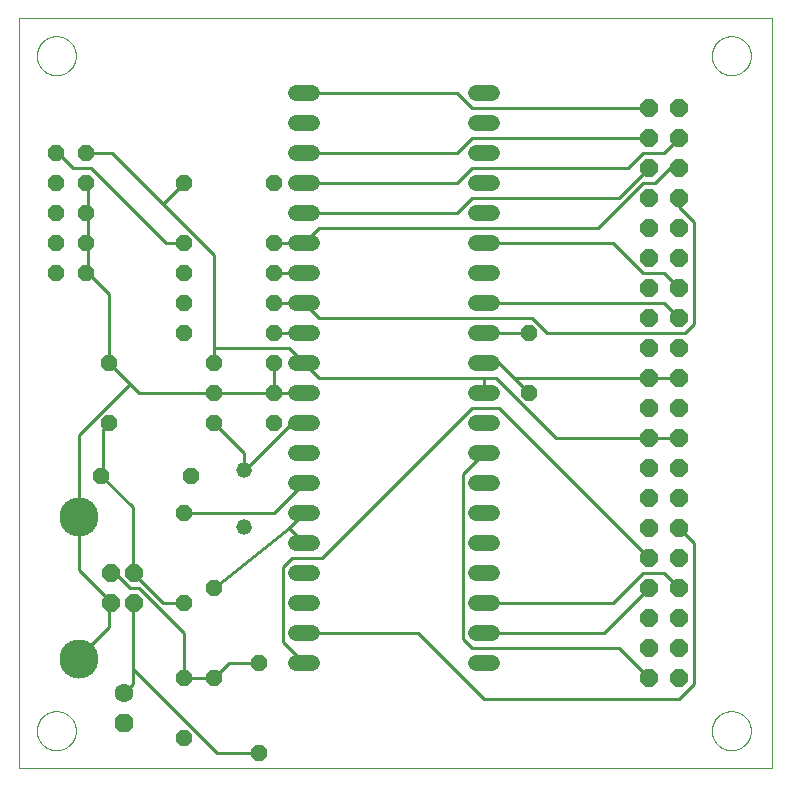
<source format=gtl>
G75*
%MOIN*%
%OFA0B0*%
%FSLAX25Y25*%
%IPPOS*%
%LPD*%
%AMOC8*
5,1,8,0,0,1.08239X$1,22.5*
%
%ADD10C,0.00000*%
%ADD11C,0.05200*%
%ADD12OC8,0.05600*%
%ADD13OC8,0.05740*%
%ADD14C,0.13055*%
%ADD15OC8,0.06000*%
%ADD16OC8,0.05200*%
%ADD17OC8,0.06300*%
%ADD18C,0.06300*%
%ADD19C,0.05200*%
%ADD20C,0.01000*%
D10*
X0021461Y0001000D02*
X0021461Y0250961D01*
X0272661Y0250961D01*
X0272661Y0001000D01*
X0021461Y0001000D01*
X0027461Y0013500D02*
X0027463Y0013661D01*
X0027469Y0013821D01*
X0027479Y0013982D01*
X0027493Y0014142D01*
X0027511Y0014302D01*
X0027532Y0014461D01*
X0027558Y0014620D01*
X0027588Y0014778D01*
X0027621Y0014935D01*
X0027659Y0015092D01*
X0027700Y0015247D01*
X0027745Y0015401D01*
X0027794Y0015554D01*
X0027847Y0015706D01*
X0027903Y0015857D01*
X0027964Y0016006D01*
X0028027Y0016154D01*
X0028095Y0016300D01*
X0028166Y0016444D01*
X0028240Y0016586D01*
X0028318Y0016727D01*
X0028400Y0016865D01*
X0028485Y0017002D01*
X0028573Y0017136D01*
X0028665Y0017268D01*
X0028760Y0017398D01*
X0028858Y0017526D01*
X0028959Y0017651D01*
X0029063Y0017773D01*
X0029170Y0017893D01*
X0029280Y0018010D01*
X0029393Y0018125D01*
X0029509Y0018236D01*
X0029628Y0018345D01*
X0029749Y0018450D01*
X0029873Y0018553D01*
X0029999Y0018653D01*
X0030127Y0018749D01*
X0030258Y0018842D01*
X0030392Y0018932D01*
X0030527Y0019019D01*
X0030665Y0019102D01*
X0030804Y0019182D01*
X0030946Y0019258D01*
X0031089Y0019331D01*
X0031234Y0019400D01*
X0031381Y0019466D01*
X0031529Y0019528D01*
X0031679Y0019586D01*
X0031830Y0019641D01*
X0031983Y0019692D01*
X0032137Y0019739D01*
X0032292Y0019782D01*
X0032448Y0019821D01*
X0032604Y0019857D01*
X0032762Y0019888D01*
X0032920Y0019916D01*
X0033079Y0019940D01*
X0033239Y0019960D01*
X0033399Y0019976D01*
X0033559Y0019988D01*
X0033720Y0019996D01*
X0033881Y0020000D01*
X0034041Y0020000D01*
X0034202Y0019996D01*
X0034363Y0019988D01*
X0034523Y0019976D01*
X0034683Y0019960D01*
X0034843Y0019940D01*
X0035002Y0019916D01*
X0035160Y0019888D01*
X0035318Y0019857D01*
X0035474Y0019821D01*
X0035630Y0019782D01*
X0035785Y0019739D01*
X0035939Y0019692D01*
X0036092Y0019641D01*
X0036243Y0019586D01*
X0036393Y0019528D01*
X0036541Y0019466D01*
X0036688Y0019400D01*
X0036833Y0019331D01*
X0036976Y0019258D01*
X0037118Y0019182D01*
X0037257Y0019102D01*
X0037395Y0019019D01*
X0037530Y0018932D01*
X0037664Y0018842D01*
X0037795Y0018749D01*
X0037923Y0018653D01*
X0038049Y0018553D01*
X0038173Y0018450D01*
X0038294Y0018345D01*
X0038413Y0018236D01*
X0038529Y0018125D01*
X0038642Y0018010D01*
X0038752Y0017893D01*
X0038859Y0017773D01*
X0038963Y0017651D01*
X0039064Y0017526D01*
X0039162Y0017398D01*
X0039257Y0017268D01*
X0039349Y0017136D01*
X0039437Y0017002D01*
X0039522Y0016865D01*
X0039604Y0016727D01*
X0039682Y0016586D01*
X0039756Y0016444D01*
X0039827Y0016300D01*
X0039895Y0016154D01*
X0039958Y0016006D01*
X0040019Y0015857D01*
X0040075Y0015706D01*
X0040128Y0015554D01*
X0040177Y0015401D01*
X0040222Y0015247D01*
X0040263Y0015092D01*
X0040301Y0014935D01*
X0040334Y0014778D01*
X0040364Y0014620D01*
X0040390Y0014461D01*
X0040411Y0014302D01*
X0040429Y0014142D01*
X0040443Y0013982D01*
X0040453Y0013821D01*
X0040459Y0013661D01*
X0040461Y0013500D01*
X0040459Y0013339D01*
X0040453Y0013179D01*
X0040443Y0013018D01*
X0040429Y0012858D01*
X0040411Y0012698D01*
X0040390Y0012539D01*
X0040364Y0012380D01*
X0040334Y0012222D01*
X0040301Y0012065D01*
X0040263Y0011908D01*
X0040222Y0011753D01*
X0040177Y0011599D01*
X0040128Y0011446D01*
X0040075Y0011294D01*
X0040019Y0011143D01*
X0039958Y0010994D01*
X0039895Y0010846D01*
X0039827Y0010700D01*
X0039756Y0010556D01*
X0039682Y0010414D01*
X0039604Y0010273D01*
X0039522Y0010135D01*
X0039437Y0009998D01*
X0039349Y0009864D01*
X0039257Y0009732D01*
X0039162Y0009602D01*
X0039064Y0009474D01*
X0038963Y0009349D01*
X0038859Y0009227D01*
X0038752Y0009107D01*
X0038642Y0008990D01*
X0038529Y0008875D01*
X0038413Y0008764D01*
X0038294Y0008655D01*
X0038173Y0008550D01*
X0038049Y0008447D01*
X0037923Y0008347D01*
X0037795Y0008251D01*
X0037664Y0008158D01*
X0037530Y0008068D01*
X0037395Y0007981D01*
X0037257Y0007898D01*
X0037118Y0007818D01*
X0036976Y0007742D01*
X0036833Y0007669D01*
X0036688Y0007600D01*
X0036541Y0007534D01*
X0036393Y0007472D01*
X0036243Y0007414D01*
X0036092Y0007359D01*
X0035939Y0007308D01*
X0035785Y0007261D01*
X0035630Y0007218D01*
X0035474Y0007179D01*
X0035318Y0007143D01*
X0035160Y0007112D01*
X0035002Y0007084D01*
X0034843Y0007060D01*
X0034683Y0007040D01*
X0034523Y0007024D01*
X0034363Y0007012D01*
X0034202Y0007004D01*
X0034041Y0007000D01*
X0033881Y0007000D01*
X0033720Y0007004D01*
X0033559Y0007012D01*
X0033399Y0007024D01*
X0033239Y0007040D01*
X0033079Y0007060D01*
X0032920Y0007084D01*
X0032762Y0007112D01*
X0032604Y0007143D01*
X0032448Y0007179D01*
X0032292Y0007218D01*
X0032137Y0007261D01*
X0031983Y0007308D01*
X0031830Y0007359D01*
X0031679Y0007414D01*
X0031529Y0007472D01*
X0031381Y0007534D01*
X0031234Y0007600D01*
X0031089Y0007669D01*
X0030946Y0007742D01*
X0030804Y0007818D01*
X0030665Y0007898D01*
X0030527Y0007981D01*
X0030392Y0008068D01*
X0030258Y0008158D01*
X0030127Y0008251D01*
X0029999Y0008347D01*
X0029873Y0008447D01*
X0029749Y0008550D01*
X0029628Y0008655D01*
X0029509Y0008764D01*
X0029393Y0008875D01*
X0029280Y0008990D01*
X0029170Y0009107D01*
X0029063Y0009227D01*
X0028959Y0009349D01*
X0028858Y0009474D01*
X0028760Y0009602D01*
X0028665Y0009732D01*
X0028573Y0009864D01*
X0028485Y0009998D01*
X0028400Y0010135D01*
X0028318Y0010273D01*
X0028240Y0010414D01*
X0028166Y0010556D01*
X0028095Y0010700D01*
X0028027Y0010846D01*
X0027964Y0010994D01*
X0027903Y0011143D01*
X0027847Y0011294D01*
X0027794Y0011446D01*
X0027745Y0011599D01*
X0027700Y0011753D01*
X0027659Y0011908D01*
X0027621Y0012065D01*
X0027588Y0012222D01*
X0027558Y0012380D01*
X0027532Y0012539D01*
X0027511Y0012698D01*
X0027493Y0012858D01*
X0027479Y0013018D01*
X0027469Y0013179D01*
X0027463Y0013339D01*
X0027461Y0013500D01*
X0252461Y0013500D02*
X0252463Y0013661D01*
X0252469Y0013821D01*
X0252479Y0013982D01*
X0252493Y0014142D01*
X0252511Y0014302D01*
X0252532Y0014461D01*
X0252558Y0014620D01*
X0252588Y0014778D01*
X0252621Y0014935D01*
X0252659Y0015092D01*
X0252700Y0015247D01*
X0252745Y0015401D01*
X0252794Y0015554D01*
X0252847Y0015706D01*
X0252903Y0015857D01*
X0252964Y0016006D01*
X0253027Y0016154D01*
X0253095Y0016300D01*
X0253166Y0016444D01*
X0253240Y0016586D01*
X0253318Y0016727D01*
X0253400Y0016865D01*
X0253485Y0017002D01*
X0253573Y0017136D01*
X0253665Y0017268D01*
X0253760Y0017398D01*
X0253858Y0017526D01*
X0253959Y0017651D01*
X0254063Y0017773D01*
X0254170Y0017893D01*
X0254280Y0018010D01*
X0254393Y0018125D01*
X0254509Y0018236D01*
X0254628Y0018345D01*
X0254749Y0018450D01*
X0254873Y0018553D01*
X0254999Y0018653D01*
X0255127Y0018749D01*
X0255258Y0018842D01*
X0255392Y0018932D01*
X0255527Y0019019D01*
X0255665Y0019102D01*
X0255804Y0019182D01*
X0255946Y0019258D01*
X0256089Y0019331D01*
X0256234Y0019400D01*
X0256381Y0019466D01*
X0256529Y0019528D01*
X0256679Y0019586D01*
X0256830Y0019641D01*
X0256983Y0019692D01*
X0257137Y0019739D01*
X0257292Y0019782D01*
X0257448Y0019821D01*
X0257604Y0019857D01*
X0257762Y0019888D01*
X0257920Y0019916D01*
X0258079Y0019940D01*
X0258239Y0019960D01*
X0258399Y0019976D01*
X0258559Y0019988D01*
X0258720Y0019996D01*
X0258881Y0020000D01*
X0259041Y0020000D01*
X0259202Y0019996D01*
X0259363Y0019988D01*
X0259523Y0019976D01*
X0259683Y0019960D01*
X0259843Y0019940D01*
X0260002Y0019916D01*
X0260160Y0019888D01*
X0260318Y0019857D01*
X0260474Y0019821D01*
X0260630Y0019782D01*
X0260785Y0019739D01*
X0260939Y0019692D01*
X0261092Y0019641D01*
X0261243Y0019586D01*
X0261393Y0019528D01*
X0261541Y0019466D01*
X0261688Y0019400D01*
X0261833Y0019331D01*
X0261976Y0019258D01*
X0262118Y0019182D01*
X0262257Y0019102D01*
X0262395Y0019019D01*
X0262530Y0018932D01*
X0262664Y0018842D01*
X0262795Y0018749D01*
X0262923Y0018653D01*
X0263049Y0018553D01*
X0263173Y0018450D01*
X0263294Y0018345D01*
X0263413Y0018236D01*
X0263529Y0018125D01*
X0263642Y0018010D01*
X0263752Y0017893D01*
X0263859Y0017773D01*
X0263963Y0017651D01*
X0264064Y0017526D01*
X0264162Y0017398D01*
X0264257Y0017268D01*
X0264349Y0017136D01*
X0264437Y0017002D01*
X0264522Y0016865D01*
X0264604Y0016727D01*
X0264682Y0016586D01*
X0264756Y0016444D01*
X0264827Y0016300D01*
X0264895Y0016154D01*
X0264958Y0016006D01*
X0265019Y0015857D01*
X0265075Y0015706D01*
X0265128Y0015554D01*
X0265177Y0015401D01*
X0265222Y0015247D01*
X0265263Y0015092D01*
X0265301Y0014935D01*
X0265334Y0014778D01*
X0265364Y0014620D01*
X0265390Y0014461D01*
X0265411Y0014302D01*
X0265429Y0014142D01*
X0265443Y0013982D01*
X0265453Y0013821D01*
X0265459Y0013661D01*
X0265461Y0013500D01*
X0265459Y0013339D01*
X0265453Y0013179D01*
X0265443Y0013018D01*
X0265429Y0012858D01*
X0265411Y0012698D01*
X0265390Y0012539D01*
X0265364Y0012380D01*
X0265334Y0012222D01*
X0265301Y0012065D01*
X0265263Y0011908D01*
X0265222Y0011753D01*
X0265177Y0011599D01*
X0265128Y0011446D01*
X0265075Y0011294D01*
X0265019Y0011143D01*
X0264958Y0010994D01*
X0264895Y0010846D01*
X0264827Y0010700D01*
X0264756Y0010556D01*
X0264682Y0010414D01*
X0264604Y0010273D01*
X0264522Y0010135D01*
X0264437Y0009998D01*
X0264349Y0009864D01*
X0264257Y0009732D01*
X0264162Y0009602D01*
X0264064Y0009474D01*
X0263963Y0009349D01*
X0263859Y0009227D01*
X0263752Y0009107D01*
X0263642Y0008990D01*
X0263529Y0008875D01*
X0263413Y0008764D01*
X0263294Y0008655D01*
X0263173Y0008550D01*
X0263049Y0008447D01*
X0262923Y0008347D01*
X0262795Y0008251D01*
X0262664Y0008158D01*
X0262530Y0008068D01*
X0262395Y0007981D01*
X0262257Y0007898D01*
X0262118Y0007818D01*
X0261976Y0007742D01*
X0261833Y0007669D01*
X0261688Y0007600D01*
X0261541Y0007534D01*
X0261393Y0007472D01*
X0261243Y0007414D01*
X0261092Y0007359D01*
X0260939Y0007308D01*
X0260785Y0007261D01*
X0260630Y0007218D01*
X0260474Y0007179D01*
X0260318Y0007143D01*
X0260160Y0007112D01*
X0260002Y0007084D01*
X0259843Y0007060D01*
X0259683Y0007040D01*
X0259523Y0007024D01*
X0259363Y0007012D01*
X0259202Y0007004D01*
X0259041Y0007000D01*
X0258881Y0007000D01*
X0258720Y0007004D01*
X0258559Y0007012D01*
X0258399Y0007024D01*
X0258239Y0007040D01*
X0258079Y0007060D01*
X0257920Y0007084D01*
X0257762Y0007112D01*
X0257604Y0007143D01*
X0257448Y0007179D01*
X0257292Y0007218D01*
X0257137Y0007261D01*
X0256983Y0007308D01*
X0256830Y0007359D01*
X0256679Y0007414D01*
X0256529Y0007472D01*
X0256381Y0007534D01*
X0256234Y0007600D01*
X0256089Y0007669D01*
X0255946Y0007742D01*
X0255804Y0007818D01*
X0255665Y0007898D01*
X0255527Y0007981D01*
X0255392Y0008068D01*
X0255258Y0008158D01*
X0255127Y0008251D01*
X0254999Y0008347D01*
X0254873Y0008447D01*
X0254749Y0008550D01*
X0254628Y0008655D01*
X0254509Y0008764D01*
X0254393Y0008875D01*
X0254280Y0008990D01*
X0254170Y0009107D01*
X0254063Y0009227D01*
X0253959Y0009349D01*
X0253858Y0009474D01*
X0253760Y0009602D01*
X0253665Y0009732D01*
X0253573Y0009864D01*
X0253485Y0009998D01*
X0253400Y0010135D01*
X0253318Y0010273D01*
X0253240Y0010414D01*
X0253166Y0010556D01*
X0253095Y0010700D01*
X0253027Y0010846D01*
X0252964Y0010994D01*
X0252903Y0011143D01*
X0252847Y0011294D01*
X0252794Y0011446D01*
X0252745Y0011599D01*
X0252700Y0011753D01*
X0252659Y0011908D01*
X0252621Y0012065D01*
X0252588Y0012222D01*
X0252558Y0012380D01*
X0252532Y0012539D01*
X0252511Y0012698D01*
X0252493Y0012858D01*
X0252479Y0013018D01*
X0252469Y0013179D01*
X0252463Y0013339D01*
X0252461Y0013500D01*
X0252461Y0238500D02*
X0252463Y0238661D01*
X0252469Y0238821D01*
X0252479Y0238982D01*
X0252493Y0239142D01*
X0252511Y0239302D01*
X0252532Y0239461D01*
X0252558Y0239620D01*
X0252588Y0239778D01*
X0252621Y0239935D01*
X0252659Y0240092D01*
X0252700Y0240247D01*
X0252745Y0240401D01*
X0252794Y0240554D01*
X0252847Y0240706D01*
X0252903Y0240857D01*
X0252964Y0241006D01*
X0253027Y0241154D01*
X0253095Y0241300D01*
X0253166Y0241444D01*
X0253240Y0241586D01*
X0253318Y0241727D01*
X0253400Y0241865D01*
X0253485Y0242002D01*
X0253573Y0242136D01*
X0253665Y0242268D01*
X0253760Y0242398D01*
X0253858Y0242526D01*
X0253959Y0242651D01*
X0254063Y0242773D01*
X0254170Y0242893D01*
X0254280Y0243010D01*
X0254393Y0243125D01*
X0254509Y0243236D01*
X0254628Y0243345D01*
X0254749Y0243450D01*
X0254873Y0243553D01*
X0254999Y0243653D01*
X0255127Y0243749D01*
X0255258Y0243842D01*
X0255392Y0243932D01*
X0255527Y0244019D01*
X0255665Y0244102D01*
X0255804Y0244182D01*
X0255946Y0244258D01*
X0256089Y0244331D01*
X0256234Y0244400D01*
X0256381Y0244466D01*
X0256529Y0244528D01*
X0256679Y0244586D01*
X0256830Y0244641D01*
X0256983Y0244692D01*
X0257137Y0244739D01*
X0257292Y0244782D01*
X0257448Y0244821D01*
X0257604Y0244857D01*
X0257762Y0244888D01*
X0257920Y0244916D01*
X0258079Y0244940D01*
X0258239Y0244960D01*
X0258399Y0244976D01*
X0258559Y0244988D01*
X0258720Y0244996D01*
X0258881Y0245000D01*
X0259041Y0245000D01*
X0259202Y0244996D01*
X0259363Y0244988D01*
X0259523Y0244976D01*
X0259683Y0244960D01*
X0259843Y0244940D01*
X0260002Y0244916D01*
X0260160Y0244888D01*
X0260318Y0244857D01*
X0260474Y0244821D01*
X0260630Y0244782D01*
X0260785Y0244739D01*
X0260939Y0244692D01*
X0261092Y0244641D01*
X0261243Y0244586D01*
X0261393Y0244528D01*
X0261541Y0244466D01*
X0261688Y0244400D01*
X0261833Y0244331D01*
X0261976Y0244258D01*
X0262118Y0244182D01*
X0262257Y0244102D01*
X0262395Y0244019D01*
X0262530Y0243932D01*
X0262664Y0243842D01*
X0262795Y0243749D01*
X0262923Y0243653D01*
X0263049Y0243553D01*
X0263173Y0243450D01*
X0263294Y0243345D01*
X0263413Y0243236D01*
X0263529Y0243125D01*
X0263642Y0243010D01*
X0263752Y0242893D01*
X0263859Y0242773D01*
X0263963Y0242651D01*
X0264064Y0242526D01*
X0264162Y0242398D01*
X0264257Y0242268D01*
X0264349Y0242136D01*
X0264437Y0242002D01*
X0264522Y0241865D01*
X0264604Y0241727D01*
X0264682Y0241586D01*
X0264756Y0241444D01*
X0264827Y0241300D01*
X0264895Y0241154D01*
X0264958Y0241006D01*
X0265019Y0240857D01*
X0265075Y0240706D01*
X0265128Y0240554D01*
X0265177Y0240401D01*
X0265222Y0240247D01*
X0265263Y0240092D01*
X0265301Y0239935D01*
X0265334Y0239778D01*
X0265364Y0239620D01*
X0265390Y0239461D01*
X0265411Y0239302D01*
X0265429Y0239142D01*
X0265443Y0238982D01*
X0265453Y0238821D01*
X0265459Y0238661D01*
X0265461Y0238500D01*
X0265459Y0238339D01*
X0265453Y0238179D01*
X0265443Y0238018D01*
X0265429Y0237858D01*
X0265411Y0237698D01*
X0265390Y0237539D01*
X0265364Y0237380D01*
X0265334Y0237222D01*
X0265301Y0237065D01*
X0265263Y0236908D01*
X0265222Y0236753D01*
X0265177Y0236599D01*
X0265128Y0236446D01*
X0265075Y0236294D01*
X0265019Y0236143D01*
X0264958Y0235994D01*
X0264895Y0235846D01*
X0264827Y0235700D01*
X0264756Y0235556D01*
X0264682Y0235414D01*
X0264604Y0235273D01*
X0264522Y0235135D01*
X0264437Y0234998D01*
X0264349Y0234864D01*
X0264257Y0234732D01*
X0264162Y0234602D01*
X0264064Y0234474D01*
X0263963Y0234349D01*
X0263859Y0234227D01*
X0263752Y0234107D01*
X0263642Y0233990D01*
X0263529Y0233875D01*
X0263413Y0233764D01*
X0263294Y0233655D01*
X0263173Y0233550D01*
X0263049Y0233447D01*
X0262923Y0233347D01*
X0262795Y0233251D01*
X0262664Y0233158D01*
X0262530Y0233068D01*
X0262395Y0232981D01*
X0262257Y0232898D01*
X0262118Y0232818D01*
X0261976Y0232742D01*
X0261833Y0232669D01*
X0261688Y0232600D01*
X0261541Y0232534D01*
X0261393Y0232472D01*
X0261243Y0232414D01*
X0261092Y0232359D01*
X0260939Y0232308D01*
X0260785Y0232261D01*
X0260630Y0232218D01*
X0260474Y0232179D01*
X0260318Y0232143D01*
X0260160Y0232112D01*
X0260002Y0232084D01*
X0259843Y0232060D01*
X0259683Y0232040D01*
X0259523Y0232024D01*
X0259363Y0232012D01*
X0259202Y0232004D01*
X0259041Y0232000D01*
X0258881Y0232000D01*
X0258720Y0232004D01*
X0258559Y0232012D01*
X0258399Y0232024D01*
X0258239Y0232040D01*
X0258079Y0232060D01*
X0257920Y0232084D01*
X0257762Y0232112D01*
X0257604Y0232143D01*
X0257448Y0232179D01*
X0257292Y0232218D01*
X0257137Y0232261D01*
X0256983Y0232308D01*
X0256830Y0232359D01*
X0256679Y0232414D01*
X0256529Y0232472D01*
X0256381Y0232534D01*
X0256234Y0232600D01*
X0256089Y0232669D01*
X0255946Y0232742D01*
X0255804Y0232818D01*
X0255665Y0232898D01*
X0255527Y0232981D01*
X0255392Y0233068D01*
X0255258Y0233158D01*
X0255127Y0233251D01*
X0254999Y0233347D01*
X0254873Y0233447D01*
X0254749Y0233550D01*
X0254628Y0233655D01*
X0254509Y0233764D01*
X0254393Y0233875D01*
X0254280Y0233990D01*
X0254170Y0234107D01*
X0254063Y0234227D01*
X0253959Y0234349D01*
X0253858Y0234474D01*
X0253760Y0234602D01*
X0253665Y0234732D01*
X0253573Y0234864D01*
X0253485Y0234998D01*
X0253400Y0235135D01*
X0253318Y0235273D01*
X0253240Y0235414D01*
X0253166Y0235556D01*
X0253095Y0235700D01*
X0253027Y0235846D01*
X0252964Y0235994D01*
X0252903Y0236143D01*
X0252847Y0236294D01*
X0252794Y0236446D01*
X0252745Y0236599D01*
X0252700Y0236753D01*
X0252659Y0236908D01*
X0252621Y0237065D01*
X0252588Y0237222D01*
X0252558Y0237380D01*
X0252532Y0237539D01*
X0252511Y0237698D01*
X0252493Y0237858D01*
X0252479Y0238018D01*
X0252469Y0238179D01*
X0252463Y0238339D01*
X0252461Y0238500D01*
X0027461Y0238500D02*
X0027463Y0238661D01*
X0027469Y0238821D01*
X0027479Y0238982D01*
X0027493Y0239142D01*
X0027511Y0239302D01*
X0027532Y0239461D01*
X0027558Y0239620D01*
X0027588Y0239778D01*
X0027621Y0239935D01*
X0027659Y0240092D01*
X0027700Y0240247D01*
X0027745Y0240401D01*
X0027794Y0240554D01*
X0027847Y0240706D01*
X0027903Y0240857D01*
X0027964Y0241006D01*
X0028027Y0241154D01*
X0028095Y0241300D01*
X0028166Y0241444D01*
X0028240Y0241586D01*
X0028318Y0241727D01*
X0028400Y0241865D01*
X0028485Y0242002D01*
X0028573Y0242136D01*
X0028665Y0242268D01*
X0028760Y0242398D01*
X0028858Y0242526D01*
X0028959Y0242651D01*
X0029063Y0242773D01*
X0029170Y0242893D01*
X0029280Y0243010D01*
X0029393Y0243125D01*
X0029509Y0243236D01*
X0029628Y0243345D01*
X0029749Y0243450D01*
X0029873Y0243553D01*
X0029999Y0243653D01*
X0030127Y0243749D01*
X0030258Y0243842D01*
X0030392Y0243932D01*
X0030527Y0244019D01*
X0030665Y0244102D01*
X0030804Y0244182D01*
X0030946Y0244258D01*
X0031089Y0244331D01*
X0031234Y0244400D01*
X0031381Y0244466D01*
X0031529Y0244528D01*
X0031679Y0244586D01*
X0031830Y0244641D01*
X0031983Y0244692D01*
X0032137Y0244739D01*
X0032292Y0244782D01*
X0032448Y0244821D01*
X0032604Y0244857D01*
X0032762Y0244888D01*
X0032920Y0244916D01*
X0033079Y0244940D01*
X0033239Y0244960D01*
X0033399Y0244976D01*
X0033559Y0244988D01*
X0033720Y0244996D01*
X0033881Y0245000D01*
X0034041Y0245000D01*
X0034202Y0244996D01*
X0034363Y0244988D01*
X0034523Y0244976D01*
X0034683Y0244960D01*
X0034843Y0244940D01*
X0035002Y0244916D01*
X0035160Y0244888D01*
X0035318Y0244857D01*
X0035474Y0244821D01*
X0035630Y0244782D01*
X0035785Y0244739D01*
X0035939Y0244692D01*
X0036092Y0244641D01*
X0036243Y0244586D01*
X0036393Y0244528D01*
X0036541Y0244466D01*
X0036688Y0244400D01*
X0036833Y0244331D01*
X0036976Y0244258D01*
X0037118Y0244182D01*
X0037257Y0244102D01*
X0037395Y0244019D01*
X0037530Y0243932D01*
X0037664Y0243842D01*
X0037795Y0243749D01*
X0037923Y0243653D01*
X0038049Y0243553D01*
X0038173Y0243450D01*
X0038294Y0243345D01*
X0038413Y0243236D01*
X0038529Y0243125D01*
X0038642Y0243010D01*
X0038752Y0242893D01*
X0038859Y0242773D01*
X0038963Y0242651D01*
X0039064Y0242526D01*
X0039162Y0242398D01*
X0039257Y0242268D01*
X0039349Y0242136D01*
X0039437Y0242002D01*
X0039522Y0241865D01*
X0039604Y0241727D01*
X0039682Y0241586D01*
X0039756Y0241444D01*
X0039827Y0241300D01*
X0039895Y0241154D01*
X0039958Y0241006D01*
X0040019Y0240857D01*
X0040075Y0240706D01*
X0040128Y0240554D01*
X0040177Y0240401D01*
X0040222Y0240247D01*
X0040263Y0240092D01*
X0040301Y0239935D01*
X0040334Y0239778D01*
X0040364Y0239620D01*
X0040390Y0239461D01*
X0040411Y0239302D01*
X0040429Y0239142D01*
X0040443Y0238982D01*
X0040453Y0238821D01*
X0040459Y0238661D01*
X0040461Y0238500D01*
X0040459Y0238339D01*
X0040453Y0238179D01*
X0040443Y0238018D01*
X0040429Y0237858D01*
X0040411Y0237698D01*
X0040390Y0237539D01*
X0040364Y0237380D01*
X0040334Y0237222D01*
X0040301Y0237065D01*
X0040263Y0236908D01*
X0040222Y0236753D01*
X0040177Y0236599D01*
X0040128Y0236446D01*
X0040075Y0236294D01*
X0040019Y0236143D01*
X0039958Y0235994D01*
X0039895Y0235846D01*
X0039827Y0235700D01*
X0039756Y0235556D01*
X0039682Y0235414D01*
X0039604Y0235273D01*
X0039522Y0235135D01*
X0039437Y0234998D01*
X0039349Y0234864D01*
X0039257Y0234732D01*
X0039162Y0234602D01*
X0039064Y0234474D01*
X0038963Y0234349D01*
X0038859Y0234227D01*
X0038752Y0234107D01*
X0038642Y0233990D01*
X0038529Y0233875D01*
X0038413Y0233764D01*
X0038294Y0233655D01*
X0038173Y0233550D01*
X0038049Y0233447D01*
X0037923Y0233347D01*
X0037795Y0233251D01*
X0037664Y0233158D01*
X0037530Y0233068D01*
X0037395Y0232981D01*
X0037257Y0232898D01*
X0037118Y0232818D01*
X0036976Y0232742D01*
X0036833Y0232669D01*
X0036688Y0232600D01*
X0036541Y0232534D01*
X0036393Y0232472D01*
X0036243Y0232414D01*
X0036092Y0232359D01*
X0035939Y0232308D01*
X0035785Y0232261D01*
X0035630Y0232218D01*
X0035474Y0232179D01*
X0035318Y0232143D01*
X0035160Y0232112D01*
X0035002Y0232084D01*
X0034843Y0232060D01*
X0034683Y0232040D01*
X0034523Y0232024D01*
X0034363Y0232012D01*
X0034202Y0232004D01*
X0034041Y0232000D01*
X0033881Y0232000D01*
X0033720Y0232004D01*
X0033559Y0232012D01*
X0033399Y0232024D01*
X0033239Y0232040D01*
X0033079Y0232060D01*
X0032920Y0232084D01*
X0032762Y0232112D01*
X0032604Y0232143D01*
X0032448Y0232179D01*
X0032292Y0232218D01*
X0032137Y0232261D01*
X0031983Y0232308D01*
X0031830Y0232359D01*
X0031679Y0232414D01*
X0031529Y0232472D01*
X0031381Y0232534D01*
X0031234Y0232600D01*
X0031089Y0232669D01*
X0030946Y0232742D01*
X0030804Y0232818D01*
X0030665Y0232898D01*
X0030527Y0232981D01*
X0030392Y0233068D01*
X0030258Y0233158D01*
X0030127Y0233251D01*
X0029999Y0233347D01*
X0029873Y0233447D01*
X0029749Y0233550D01*
X0029628Y0233655D01*
X0029509Y0233764D01*
X0029393Y0233875D01*
X0029280Y0233990D01*
X0029170Y0234107D01*
X0029063Y0234227D01*
X0028959Y0234349D01*
X0028858Y0234474D01*
X0028760Y0234602D01*
X0028665Y0234732D01*
X0028573Y0234864D01*
X0028485Y0234998D01*
X0028400Y0235135D01*
X0028318Y0235273D01*
X0028240Y0235414D01*
X0028166Y0235556D01*
X0028095Y0235700D01*
X0028027Y0235846D01*
X0027964Y0235994D01*
X0027903Y0236143D01*
X0027847Y0236294D01*
X0027794Y0236446D01*
X0027745Y0236599D01*
X0027700Y0236753D01*
X0027659Y0236908D01*
X0027621Y0237065D01*
X0027588Y0237222D01*
X0027558Y0237380D01*
X0027532Y0237539D01*
X0027511Y0237698D01*
X0027493Y0237858D01*
X0027479Y0238018D01*
X0027469Y0238179D01*
X0027463Y0238339D01*
X0027461Y0238500D01*
D11*
X0113861Y0226000D02*
X0119061Y0226000D01*
X0119061Y0216000D02*
X0113861Y0216000D01*
X0113861Y0206000D02*
X0119061Y0206000D01*
X0119061Y0196000D02*
X0113861Y0196000D01*
X0113861Y0186000D02*
X0119061Y0186000D01*
X0119061Y0176000D02*
X0113861Y0176000D01*
X0113861Y0166000D02*
X0119061Y0166000D01*
X0119061Y0156000D02*
X0113861Y0156000D01*
X0113861Y0146000D02*
X0119061Y0146000D01*
X0119061Y0136000D02*
X0113861Y0136000D01*
X0113861Y0126000D02*
X0119061Y0126000D01*
X0119061Y0116000D02*
X0113861Y0116000D01*
X0113861Y0106000D02*
X0119061Y0106000D01*
X0119061Y0096000D02*
X0113861Y0096000D01*
X0113861Y0086000D02*
X0119061Y0086000D01*
X0119061Y0076000D02*
X0113861Y0076000D01*
X0113861Y0066000D02*
X0119061Y0066000D01*
X0119061Y0056000D02*
X0113861Y0056000D01*
X0113861Y0046000D02*
X0119061Y0046000D01*
X0119061Y0036000D02*
X0113861Y0036000D01*
X0173861Y0036000D02*
X0179061Y0036000D01*
X0179061Y0046000D02*
X0173861Y0046000D01*
X0173861Y0056000D02*
X0179061Y0056000D01*
X0179061Y0066000D02*
X0173861Y0066000D01*
X0173861Y0076000D02*
X0179061Y0076000D01*
X0179061Y0086000D02*
X0173861Y0086000D01*
X0173861Y0096000D02*
X0179061Y0096000D01*
X0179061Y0106000D02*
X0173861Y0106000D01*
X0173861Y0116000D02*
X0179061Y0116000D01*
X0179061Y0126000D02*
X0173861Y0126000D01*
X0173861Y0136000D02*
X0179061Y0136000D01*
X0179061Y0146000D02*
X0173861Y0146000D01*
X0173861Y0156000D02*
X0179061Y0156000D01*
X0179061Y0166000D02*
X0173861Y0166000D01*
X0173861Y0176000D02*
X0179061Y0176000D01*
X0179061Y0186000D02*
X0173861Y0186000D01*
X0173861Y0196000D02*
X0179061Y0196000D01*
X0179061Y0206000D02*
X0173861Y0206000D01*
X0173861Y0216000D02*
X0179061Y0216000D01*
X0179061Y0226000D02*
X0173861Y0226000D01*
D12*
X0043961Y0206000D03*
X0043961Y0196000D03*
X0043961Y0186000D03*
X0043961Y0176000D03*
X0043961Y0166000D03*
X0033961Y0166000D03*
X0033961Y0176000D03*
X0033961Y0186000D03*
X0033961Y0196000D03*
X0033961Y0206000D03*
D13*
X0052130Y0065921D03*
X0060004Y0065921D03*
X0060004Y0056079D03*
X0052130Y0056079D03*
D14*
X0041461Y0037299D03*
X0041461Y0084701D03*
D15*
X0231461Y0081000D03*
X0241461Y0081000D03*
X0241461Y0071000D03*
X0241461Y0061000D03*
X0241461Y0051000D03*
X0241461Y0041000D03*
X0241461Y0031000D03*
X0231461Y0031000D03*
X0231461Y0041000D03*
X0231461Y0051000D03*
X0231461Y0061000D03*
X0231461Y0071000D03*
X0231461Y0091000D03*
X0241461Y0091000D03*
X0241461Y0101000D03*
X0241461Y0111000D03*
X0241461Y0121000D03*
X0241461Y0131000D03*
X0241461Y0141000D03*
X0241461Y0151000D03*
X0241461Y0161000D03*
X0241461Y0171000D03*
X0241461Y0181000D03*
X0241461Y0191000D03*
X0241461Y0201000D03*
X0241461Y0211000D03*
X0241461Y0221000D03*
X0231461Y0221000D03*
X0231461Y0211000D03*
X0231461Y0201000D03*
X0231461Y0191000D03*
X0231461Y0181000D03*
X0231461Y0171000D03*
X0231461Y0161000D03*
X0231461Y0151000D03*
X0231461Y0141000D03*
X0231461Y0131000D03*
X0231461Y0121000D03*
X0231461Y0111000D03*
X0231461Y0101000D03*
D16*
X0191461Y0126000D03*
X0191461Y0146000D03*
X0106461Y0146000D03*
X0106461Y0136000D03*
X0106461Y0126000D03*
X0106461Y0116000D03*
X0086461Y0116000D03*
X0086461Y0126000D03*
X0086461Y0136000D03*
X0076461Y0146000D03*
X0076461Y0156000D03*
X0076461Y0166000D03*
X0076461Y0176000D03*
X0076461Y0196000D03*
X0106461Y0196000D03*
X0106461Y0176000D03*
X0106461Y0166000D03*
X0106461Y0156000D03*
X0051461Y0136000D03*
X0051461Y0116000D03*
X0048961Y0098500D03*
X0076461Y0086000D03*
X0078961Y0098500D03*
X0086461Y0061000D03*
X0076461Y0056000D03*
X0076461Y0031000D03*
X0086461Y0031000D03*
X0101461Y0036000D03*
X0076461Y0011000D03*
X0101461Y0006000D03*
D17*
X0056461Y0016000D03*
D18*
X0056461Y0026000D03*
D19*
X0096461Y0081500D03*
X0096461Y0100500D03*
D20*
X0096461Y0100000D01*
X0112461Y0116000D01*
X0116461Y0116000D01*
X0116461Y0126000D02*
X0106461Y0126000D01*
X0106461Y0136000D01*
X0111461Y0141000D02*
X0116461Y0136000D01*
X0121461Y0131000D01*
X0176461Y0131000D01*
X0176461Y0126000D01*
X0176461Y0131000D02*
X0180461Y0131000D01*
X0200461Y0111000D01*
X0231461Y0111000D01*
X0241461Y0111000D01*
X0241461Y0131000D02*
X0231461Y0131000D01*
X0186461Y0131000D01*
X0181461Y0136000D01*
X0176461Y0136000D01*
X0176461Y0146000D02*
X0191461Y0146000D01*
X0192461Y0151000D02*
X0121461Y0151000D01*
X0116461Y0156000D01*
X0106461Y0156000D01*
X0106461Y0146000D02*
X0116461Y0146000D01*
X0111461Y0141000D02*
X0086461Y0141000D01*
X0086461Y0172000D01*
X0069461Y0189000D01*
X0076461Y0196000D01*
X0069461Y0189000D02*
X0052461Y0206000D01*
X0043961Y0206000D01*
X0045461Y0201000D02*
X0039461Y0201000D01*
X0034461Y0206000D01*
X0033961Y0206000D01*
X0045461Y0201000D02*
X0070461Y0176000D01*
X0076461Y0176000D01*
X0051461Y0159000D02*
X0044461Y0166000D01*
X0043961Y0166000D01*
X0044461Y0166000D02*
X0044461Y0176000D01*
X0043961Y0176000D01*
X0044461Y0176000D02*
X0044461Y0186000D01*
X0043961Y0186000D01*
X0044461Y0186000D02*
X0044461Y0196000D01*
X0043961Y0196000D01*
X0051461Y0159000D02*
X0051461Y0136000D01*
X0058461Y0129000D01*
X0041461Y0112000D01*
X0041461Y0084701D01*
X0041461Y0067000D01*
X0051461Y0057000D01*
X0052130Y0056079D01*
X0051461Y0056000D01*
X0051461Y0048000D01*
X0041461Y0038000D01*
X0041461Y0037299D01*
X0056461Y0026000D02*
X0059461Y0029000D01*
X0059461Y0034000D01*
X0087461Y0006000D01*
X0101461Y0006000D01*
X0086461Y0031000D02*
X0076461Y0031000D01*
X0076461Y0046000D01*
X0061461Y0061000D01*
X0058461Y0061000D01*
X0054461Y0065000D01*
X0052461Y0065000D01*
X0052130Y0065921D01*
X0059461Y0066000D02*
X0060004Y0065921D01*
X0060461Y0065000D01*
X0069461Y0056000D01*
X0076461Y0056000D01*
X0086461Y0061000D02*
X0111461Y0081000D01*
X0116461Y0076000D01*
X0112461Y0071000D02*
X0122461Y0071000D01*
X0172461Y0121000D01*
X0181461Y0121000D01*
X0231461Y0071000D01*
X0229461Y0066000D02*
X0236461Y0066000D01*
X0241461Y0061000D01*
X0231461Y0061000D02*
X0216461Y0046000D01*
X0176461Y0046000D01*
X0172461Y0041000D02*
X0221461Y0041000D01*
X0231461Y0031000D01*
X0241461Y0024000D02*
X0246461Y0029000D01*
X0246461Y0076000D01*
X0241461Y0081000D01*
X0229461Y0066000D02*
X0219461Y0056000D01*
X0176461Y0056000D01*
X0169461Y0044000D02*
X0172461Y0041000D01*
X0169461Y0044000D02*
X0169461Y0099000D01*
X0176461Y0106000D01*
X0191461Y0126000D02*
X0186461Y0131000D01*
X0197461Y0146000D02*
X0192461Y0151000D01*
X0197461Y0146000D02*
X0243461Y0146000D01*
X0246461Y0149000D01*
X0246461Y0183000D01*
X0241461Y0188000D01*
X0241461Y0191000D01*
X0233461Y0196000D02*
X0229461Y0196000D01*
X0214461Y0181000D01*
X0121461Y0181000D01*
X0116461Y0176000D01*
X0106461Y0176000D01*
X0106461Y0166000D02*
X0116461Y0166000D01*
X0116461Y0186000D02*
X0167461Y0186000D01*
X0172461Y0191000D01*
X0221461Y0191000D01*
X0231461Y0201000D01*
X0233461Y0196000D02*
X0238461Y0201000D01*
X0241461Y0201000D01*
X0236461Y0206000D02*
X0241461Y0211000D01*
X0236461Y0206000D02*
X0229461Y0206000D01*
X0224461Y0201000D01*
X0172461Y0201000D01*
X0167461Y0196000D01*
X0116461Y0196000D01*
X0116461Y0206000D02*
X0167461Y0206000D01*
X0172461Y0211000D01*
X0231461Y0211000D01*
X0231461Y0221000D02*
X0172461Y0221000D01*
X0167461Y0226000D01*
X0116461Y0226000D01*
X0176461Y0176000D02*
X0219461Y0176000D01*
X0229461Y0166000D01*
X0236461Y0166000D01*
X0241461Y0161000D01*
X0236461Y0156000D02*
X0241461Y0151000D01*
X0236461Y0156000D02*
X0176461Y0156000D01*
X0116461Y0096000D02*
X0106461Y0086000D01*
X0076461Y0086000D01*
X0059461Y0088000D02*
X0048961Y0098500D01*
X0049461Y0099000D01*
X0049461Y0114000D01*
X0051461Y0116000D01*
X0061461Y0126000D02*
X0058461Y0129000D01*
X0061461Y0126000D02*
X0086461Y0126000D01*
X0106461Y0126000D01*
X0086461Y0116000D02*
X0096461Y0106000D01*
X0096461Y0100500D01*
X0111461Y0081000D02*
X0116461Y0086000D01*
X0112461Y0071000D02*
X0109461Y0068000D01*
X0109461Y0043000D01*
X0116461Y0036000D01*
X0116461Y0046000D02*
X0154461Y0046000D01*
X0176461Y0024000D01*
X0241461Y0024000D01*
X0101461Y0036000D02*
X0091461Y0036000D01*
X0086461Y0031000D01*
X0059461Y0034000D02*
X0059461Y0056000D01*
X0060004Y0056079D01*
X0059461Y0066000D02*
X0059461Y0088000D01*
X0086461Y0136000D02*
X0086461Y0141000D01*
M02*

</source>
